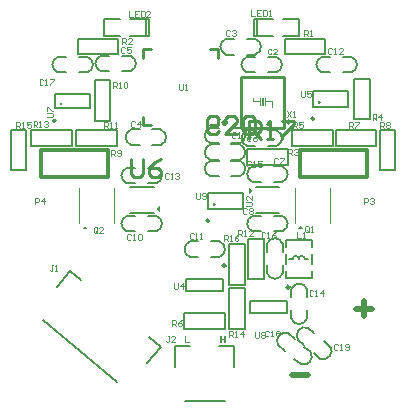
<source format=gto>
G04*
G04 #@! TF.GenerationSoftware,Altium Limited,Altium Designer,20.0.13 (296)*
G04*
G04 Layer_Color=65535*
%FSLAX24Y24*%
%MOIN*%
G70*
G01*
G75*
%ADD10C,0.0079*%
%ADD11C,0.0098*%
%ADD12C,0.0100*%
%ADD13C,0.0118*%
%ADD14C,0.0080*%
%ADD15C,0.0063*%
%ADD16C,0.0039*%
%ADD17C,0.0070*%
%ADD18C,0.0120*%
%ADD19C,0.0087*%
%ADD20C,0.0197*%
G36*
X38018Y19463D02*
X37795Y19463D01*
X37906Y19574D01*
X38018Y19463D01*
D01*
D02*
G37*
G36*
X40404Y20266D02*
X40404Y20043D01*
X40292Y20155D01*
X40404Y20266D01*
D01*
D02*
G37*
G36*
X43388Y20634D02*
X43388Y20857D01*
X43499Y20746D01*
X43388Y20634D01*
D01*
D02*
G37*
G36*
X45214Y19461D02*
X44991Y19461D01*
X45102Y19573D01*
X45214Y19461D01*
D01*
D02*
G37*
G36*
X41281Y15703D02*
X41408D01*
Y15660D01*
X41230D01*
Y15910D01*
X41281D01*
Y15703D01*
D02*
G37*
G36*
X42611Y15660D02*
X42560D01*
Y15770D01*
X42461D01*
Y15660D01*
X42410D01*
Y15912D01*
X42461D01*
Y15813D01*
X42560D01*
Y15912D01*
X42611D01*
Y15660D01*
D02*
G37*
D10*
X42090Y22290D02*
G03*
X42090Y21770I90J-260D01*
G01*
X43070D02*
G03*
X43070Y22290I-90J260D01*
G01*
X44682Y15994D02*
G03*
X44347Y15596I-98J-257D01*
G01*
X45098Y14966D02*
G03*
X45433Y15364I98J257D01*
G01*
X45342Y16184D02*
G03*
X45007Y15786I-98J-257D01*
G01*
X45758Y15156D02*
G03*
X46093Y15554I98J257D01*
G01*
X44790Y16490D02*
G03*
X45310Y16490I260J90D01*
G01*
Y17470D02*
G03*
X44790Y17470I-260J-90D01*
G01*
X44500Y18980D02*
G03*
X43980Y18980I-260J-90D01*
G01*
Y18000D02*
G03*
X44500Y18000I260J90D01*
G01*
X42390Y18540D02*
G03*
X42390Y19060I-90J260D01*
G01*
X41410D02*
G03*
X41410Y18540I90J-260D01*
G01*
X45040Y18476D02*
G03*
X44840Y18476I-100J0D01*
G01*
X45240D02*
G03*
X45040Y18476I-100J0D01*
G01*
X44482Y19391D02*
G03*
X44482Y19911I-90J260D01*
G01*
X43501D02*
G03*
X43501Y19391I90J-260D01*
G01*
X43500Y21560D02*
G03*
X43500Y21040I90J-260D01*
G01*
X44480D02*
G03*
X44480Y21560I-90J260D01*
G01*
X43070Y21230D02*
G03*
X43070Y21750I-90J260D01*
G01*
X42090D02*
G03*
X42090Y21230I90J-260D01*
G01*
X43070Y22330D02*
G03*
X43070Y22850I-90J260D01*
G01*
X42090D02*
G03*
X42090Y22330I90J-260D01*
G01*
X43310Y22760D02*
G03*
X43310Y22240I90J-260D01*
G01*
X44290D02*
G03*
X44290Y22760I-90J260D01*
G01*
X46790Y24690D02*
G03*
X46790Y25210I-90J260D01*
G01*
X45810D02*
G03*
X45810Y24690I90J-260D01*
G01*
X44290D02*
G03*
X44290Y25210I-90J260D01*
G01*
X43310D02*
G03*
X43310Y24690I90J-260D01*
G01*
X42610Y25809D02*
G03*
X42610Y25289I90J-260D01*
G01*
X43590D02*
G03*
X43590Y25809I-90J260D01*
G01*
X40290Y19390D02*
G03*
X40290Y19910I-90J260D01*
G01*
X39310D02*
G03*
X39310Y19390I90J-260D01*
G01*
Y21511D02*
G03*
X39310Y20991I90J-260D01*
G01*
X40290D02*
G03*
X40290Y21511I-90J260D01*
G01*
X40430Y22270D02*
G03*
X40430Y22790I-90J260D01*
G01*
X39450D02*
G03*
X39450Y22270I90J-260D01*
G01*
X37990Y24690D02*
G03*
X37990Y25210I-90J260D01*
G01*
X37010D02*
G03*
X37010Y24690I90J-260D01*
G01*
X38440Y25250D02*
G03*
X38440Y24730I90J-260D01*
G01*
X39420D02*
G03*
X39420Y25250I-90J260D01*
G01*
X42090Y22290D02*
X42370D01*
X42090Y21770D02*
X42370D01*
X42790Y22290D02*
X43070D01*
X42790Y21770D02*
X43070D01*
X44682Y15994D02*
X44896Y15814D01*
X44347Y15596D02*
X44562Y15416D01*
X45218Y15544D02*
X45433Y15364D01*
X44884Y15146D02*
X45098Y14966D01*
X45342Y16184D02*
X45556Y16004D01*
X45007Y15786D02*
X45222Y15606D01*
X45878Y15734D02*
X46093Y15554D01*
X45544Y15336D02*
X45758Y15156D01*
X43598Y20018D02*
X44385D01*
X43598Y20884D02*
X44385D01*
X39406Y20017D02*
X40194D01*
X39406Y20883D02*
X40194D01*
X37413Y18075D02*
X37790Y17759D01*
X36970Y17547D02*
X37413Y18075D01*
X39986Y15017D02*
X40429Y15544D01*
X40052Y15861D02*
X40429Y15544D01*
X36507Y16445D02*
X38981Y14370D01*
X42884Y14881D02*
Y15570D01*
X42392D02*
X42884D01*
X40916D02*
X41408D01*
X40916Y14881D02*
Y15570D01*
X41231Y13740D02*
X42569D01*
X43420Y16687D02*
X44640D01*
X43420Y17084D02*
X44640D01*
X43420Y16687D02*
Y17084D01*
X44640Y16687D02*
Y17084D01*
X44790Y16490D02*
Y16770D01*
X45310Y16490D02*
Y16770D01*
X44790Y17190D02*
Y17470D01*
X45310Y17190D02*
Y17470D01*
X44500Y18700D02*
Y18980D01*
X43980Y18700D02*
Y18980D01*
X44500Y18000D02*
Y18280D01*
X43980Y18000D02*
Y18280D01*
X41290Y17400D02*
X42510D01*
X41290Y17797D02*
X42510D01*
X41290Y17400D02*
Y17797D01*
X42510Y17400D02*
Y17797D01*
X42110Y18540D02*
X42390D01*
X42110Y19060D02*
X42390D01*
X41410Y18540D02*
X41690D01*
X41410Y19060D02*
X41690D01*
X45240Y18476D02*
X45355D01*
X44725D02*
X44840D01*
X45473Y18319D02*
Y18634D01*
X44607Y18319D02*
Y18634D01*
X44202Y19391D02*
X44482D01*
X44202Y19911D02*
X44482D01*
X43501Y19391D02*
X43782D01*
X43501Y19911D02*
X43782D01*
X43500Y21560D02*
X43780D01*
X43500Y21040D02*
X43780D01*
X44200Y21560D02*
X44480D01*
X44200Y21040D02*
X44480D01*
X42790Y21230D02*
X43070D01*
X42790Y21750D02*
X43070D01*
X42090Y21230D02*
X42370D01*
X42090Y21750D02*
X42370D01*
X42790Y22330D02*
X43070D01*
X42790Y22850D02*
X43070D01*
X42090Y22330D02*
X42370D01*
X42090Y22850D02*
X42370D01*
X43310Y22760D02*
X43590D01*
X43310Y22240D02*
X43590D01*
X44010Y22760D02*
X44290D01*
X44010Y22240D02*
X44290D01*
X46510Y24690D02*
X46790D01*
X46510Y25210D02*
X46790D01*
X45810Y24690D02*
X46090D01*
X45810Y25210D02*
X46090D01*
X44010Y24690D02*
X44290D01*
X44010Y25210D02*
X44290D01*
X43310Y24690D02*
X43590D01*
X43310Y25210D02*
X43590D01*
X42610Y25809D02*
X42890D01*
X42610Y25289D02*
X42890D01*
X43310Y25809D02*
X43590D01*
X43310Y25289D02*
X43590D01*
X40010Y19390D02*
X40290D01*
X40010Y19910D02*
X40290D01*
X39310Y19390D02*
X39590D01*
X39310Y19910D02*
X39590D01*
X39310Y21511D02*
X39590D01*
X39310Y20991D02*
X39590D01*
X40010Y21511D02*
X40290D01*
X40010Y20991D02*
X40290D01*
X40150Y22270D02*
X40430D01*
X40150Y22790D02*
X40430D01*
X39450Y22270D02*
X39730D01*
X39450Y22790D02*
X39730D01*
X37710Y24690D02*
X37990D01*
X37710Y25210D02*
X37990D01*
X37010Y24690D02*
X37290D01*
X37010Y25210D02*
X37290D01*
X38440Y25250D02*
X38720D01*
X38440Y24730D02*
X38720D01*
X39140Y25250D02*
X39420D01*
X39140Y24730D02*
X39420D01*
D11*
X44729Y17537D02*
G03*
X44729Y17537I-49J0D01*
G01*
X42599Y18250D02*
G03*
X42599Y18250I-49J0D01*
G01*
D12*
X42216Y20290D02*
G03*
X42216Y20290I-10J0D01*
G01*
X42030Y19750D02*
G03*
X42030Y19750I-30J0D01*
G01*
X45716Y23690D02*
G03*
X45716Y23690I-10J0D01*
G01*
X45530Y23150D02*
G03*
X45530Y23150I-30J0D01*
G01*
X44750Y23050D02*
G03*
X44750Y23050I-50J0D01*
G01*
X36920Y23080D02*
G03*
X36920Y23080I-30J0D01*
G01*
X37116Y23640D02*
G03*
X37116Y23640I-10J0D01*
G01*
X39840Y25184D02*
Y25460D01*
X40116D01*
X42360Y25184D02*
Y25460D01*
X42084D02*
X42360D01*
X39840Y22940D02*
Y23216D01*
Y22940D02*
X40116D01*
X42084D02*
X42360D01*
Y23216D01*
X43380Y22480D02*
Y23080D01*
X43680D01*
X43780Y22980D01*
Y22780D01*
X43680Y22680D01*
X43380D01*
X43580D02*
X43780Y22480D01*
X43980D02*
X44180D01*
X44080D01*
Y23080D01*
X43980Y22980D01*
X44480Y23080D02*
X44880D01*
Y22980D01*
X44480Y22580D01*
Y22480D01*
X42370Y23130D02*
X42270Y23230D01*
X42070D01*
X41970Y23130D01*
Y22730D01*
X42070Y22630D01*
X42270D01*
X42370Y22730D01*
X42970Y22630D02*
X42570D01*
X42970Y23030D01*
Y23130D01*
X42870Y23230D01*
X42670D01*
X42570Y23130D01*
X43170D02*
X43270Y23230D01*
X43470D01*
X43569Y23130D01*
Y22730D01*
X43470Y22630D01*
X43270D01*
X43170Y22730D01*
Y23130D01*
X39430Y21820D02*
Y21320D01*
X39530Y21220D01*
X39730D01*
X39830Y21320D01*
Y21820D01*
X40430D02*
X40230Y21720D01*
X40030Y21520D01*
Y21320D01*
X40130Y21220D01*
X40330D01*
X40430Y21320D01*
Y21420D01*
X40330Y21520D01*
X40030D01*
D13*
X42517Y23009D02*
G03*
X42517Y23010I59J0D01*
G01*
D14*
X43315Y21620D02*
X44665D01*
Y22140D01*
X43315D02*
X44665D01*
X43315Y21620D02*
Y22140D01*
X41225Y16660D02*
X42575D01*
X41225Y16140D02*
Y16660D01*
Y16140D02*
X42575D01*
Y16660D01*
X42720Y16140D02*
Y17490D01*
Y16140D02*
X43240D01*
Y17490D01*
X42720D02*
X43240D01*
X43360Y17805D02*
Y19155D01*
Y17805D02*
X43880D01*
Y19155D01*
X43360D02*
X43880D01*
X42720Y17615D02*
Y18965D01*
Y17615D02*
X43240D01*
Y18965D01*
X42720D02*
X43240D01*
X48260Y21425D02*
Y22775D01*
X47740D02*
X48260D01*
X47740Y21425D02*
Y22775D01*
Y21425D02*
X48260D01*
X46275Y22255D02*
X47625D01*
Y22775D01*
X46275D02*
X47625D01*
X46275Y22255D02*
Y22775D01*
X44825D02*
X46175D01*
X44825Y22255D02*
Y22775D01*
Y22255D02*
X46175D01*
Y22775D01*
X47410Y23125D02*
Y24475D01*
X46890D02*
X47410D01*
X46890Y23125D02*
Y24475D01*
Y23125D02*
X47410D01*
X44575Y25290D02*
X45925D01*
Y25810D01*
X44575D02*
X45925D01*
X44575Y25290D02*
Y25810D01*
X37622Y22243D02*
X38972D01*
Y22762D01*
X37622D02*
X38972D01*
X37622Y22243D02*
Y22762D01*
X36125Y22760D02*
X37475D01*
X36125Y22240D02*
Y22760D01*
Y22240D02*
X37475D01*
Y22760D01*
X35960Y21425D02*
Y22775D01*
X35440D02*
X35960D01*
X35440Y21425D02*
Y22775D01*
Y21425D02*
X35960D01*
X38760Y23075D02*
Y24425D01*
X38240D02*
X38760D01*
X38240Y23075D02*
Y24425D01*
Y23075D02*
X38760D01*
X44520Y25917D02*
X45050D01*
X45060D01*
Y26457D01*
Y26477D01*
X44520D02*
X45060D01*
X43640Y25917D02*
X44180D01*
X43640Y25937D02*
Y26477D01*
X43650D02*
X44180D01*
X43540Y25917D02*
X43640D01*
X43540D02*
Y26477D01*
X43640D01*
X37675Y25810D02*
X39025D01*
X37675Y25290D02*
Y25810D01*
Y25290D02*
X39025D01*
Y25810D01*
X38550Y26477D02*
X39080D01*
X38540D02*
X38550D01*
X38540Y25937D02*
Y26477D01*
Y25917D02*
Y25937D01*
Y25917D02*
X39080D01*
X39420Y26477D02*
X39960D01*
Y25917D02*
Y26457D01*
X39420Y25917D02*
X39950D01*
X39960Y26477D02*
X40060D01*
Y25917D02*
Y26477D01*
X39960Y25917D02*
X40060D01*
D15*
X44607Y17856D02*
X44607Y18083D01*
X44607Y17856D02*
X45473D01*
X45473Y18083D02*
X45473Y17856D01*
X44607Y18870D02*
Y19096D01*
X45473D01*
Y18870D02*
Y19096D01*
D16*
X46087Y19658D02*
X46087Y20839D01*
X44906D02*
X44906Y19658D01*
X43500Y23725D02*
X43750D01*
X43900D02*
X44150D01*
X43500D02*
Y23850D01*
X44150Y23550D02*
Y23725D01*
X43750Y23600D02*
Y23850D01*
X43800Y23600D02*
X43850D01*
X43800D02*
Y23850D01*
X43850D01*
Y23600D02*
Y23850D01*
X43900Y23600D02*
Y23850D01*
X38891Y19659D02*
X38891Y20841D01*
X37709D02*
X37709Y19659D01*
X46355Y15616D02*
X46322Y15648D01*
X46257D01*
X46224Y15616D01*
Y15484D01*
X46257Y15452D01*
X46322D01*
X46355Y15484D01*
X46421Y15452D02*
X46486D01*
X46454D01*
Y15648D01*
X46421Y15616D01*
X46585Y15484D02*
X46618Y15452D01*
X46683D01*
X46716Y15484D01*
Y15616D01*
X46683Y15648D01*
X46618D01*
X46585Y15616D01*
Y15583D01*
X46618Y15550D01*
X46716D01*
X44045Y16056D02*
X44012Y16088D01*
X43947D01*
X43914Y16056D01*
Y15924D01*
X43947Y15892D01*
X44012D01*
X44045Y15924D01*
X44111Y15892D02*
X44176D01*
X44144D01*
Y16088D01*
X44111Y16056D01*
X44275D02*
X44308Y16088D01*
X44373D01*
X44406Y16056D01*
Y16023D01*
X44373Y15990D01*
X44406Y15957D01*
Y15924D01*
X44373Y15892D01*
X44308D01*
X44275Y15924D01*
Y15957D01*
X44308Y15990D01*
X44275Y16023D01*
Y16056D01*
X44308Y15990D02*
X44373D01*
X43282Y20246D02*
X43446D01*
X43478Y20279D01*
Y20344D01*
X43446Y20377D01*
X43282D01*
X43478Y20574D02*
Y20443D01*
X43347Y20574D01*
X43314D01*
X43282Y20541D01*
Y20476D01*
X43314Y20443D01*
X44659Y23398D02*
X44790Y23202D01*
Y23398D02*
X44659Y23202D01*
X44856D02*
X44921D01*
X44888D01*
Y23398D01*
X44856Y23366D01*
X41606Y20668D02*
Y20504D01*
X41639Y20472D01*
X41704D01*
X41737Y20504D01*
Y20668D01*
X41803Y20504D02*
X41836Y20472D01*
X41901D01*
X41934Y20504D01*
Y20636D01*
X41901Y20668D01*
X41836D01*
X41803Y20636D01*
Y20603D01*
X41836Y20570D01*
X41934D01*
X43566Y16028D02*
Y15864D01*
X43599Y15832D01*
X43664D01*
X43697Y15864D01*
Y16028D01*
X43763Y15996D02*
X43796Y16028D01*
X43861D01*
X43894Y15996D01*
Y15963D01*
X43861Y15930D01*
X43894Y15897D01*
Y15864D01*
X43861Y15832D01*
X43796D01*
X43763Y15864D01*
Y15897D01*
X43796Y15930D01*
X43763Y15963D01*
Y15996D01*
X43796Y15930D02*
X43861D01*
X36652Y23196D02*
X36816D01*
X36848Y23229D01*
Y23294D01*
X36816Y23327D01*
X36652D01*
Y23393D02*
Y23524D01*
X36684D01*
X36816Y23393D01*
X36848D01*
X45116Y24068D02*
Y23904D01*
X45149Y23872D01*
X45214D01*
X45247Y23904D01*
Y24068D01*
X45444D02*
X45313D01*
Y23970D01*
X45378Y24003D01*
X45411D01*
X45444Y23970D01*
Y23904D01*
X45411Y23872D01*
X45346D01*
X45313Y23904D01*
X40886Y17658D02*
Y17494D01*
X40919Y17462D01*
X40984D01*
X41017Y17494D01*
Y17658D01*
X41181Y17462D02*
Y17658D01*
X41083Y17560D01*
X41214D01*
X41050Y24297D02*
Y24133D01*
X41083Y24100D01*
X41148D01*
X41181Y24133D01*
Y24297D01*
X41247Y24100D02*
X41312D01*
X41280D01*
Y24297D01*
X41247Y24264D01*
X42534Y19072D02*
Y19268D01*
X42632D01*
X42665Y19236D01*
Y19170D01*
X42632Y19137D01*
X42534D01*
X42600D02*
X42665Y19072D01*
X42731D02*
X42796D01*
X42764D01*
Y19268D01*
X42731Y19236D01*
X43026Y19268D02*
X42960Y19236D01*
X42895Y19170D01*
Y19104D01*
X42928Y19072D01*
X42993D01*
X43026Y19104D01*
Y19137D01*
X42993Y19170D01*
X42895D01*
X35614Y22852D02*
Y23048D01*
X35712D01*
X35745Y23016D01*
Y22950D01*
X35712Y22917D01*
X35614D01*
X35680D02*
X35745Y22852D01*
X35811D02*
X35876D01*
X35844D01*
Y23048D01*
X35811Y23016D01*
X36106Y23048D02*
X35975D01*
Y22950D01*
X36040Y22983D01*
X36073D01*
X36106Y22950D01*
Y22884D01*
X36073Y22852D01*
X36008D01*
X35975Y22884D01*
X42724Y15862D02*
Y16058D01*
X42822D01*
X42855Y16026D01*
Y15960D01*
X42822Y15927D01*
X42724D01*
X42790D02*
X42855Y15862D01*
X42921D02*
X42986D01*
X42954D01*
Y16058D01*
X42921Y16026D01*
X43183Y15862D02*
Y16058D01*
X43085Y15960D01*
X43216D01*
X36194Y22862D02*
Y23058D01*
X36292D01*
X36325Y23026D01*
Y22960D01*
X36292Y22927D01*
X36194D01*
X36260D02*
X36325Y22862D01*
X36391D02*
X36456D01*
X36424D01*
Y23058D01*
X36391Y23026D01*
X36555D02*
X36588Y23058D01*
X36653D01*
X36686Y23026D01*
Y22993D01*
X36653Y22960D01*
X36620D01*
X36653D01*
X36686Y22927D01*
Y22894D01*
X36653Y22862D01*
X36588D01*
X36555Y22894D01*
X43024Y19232D02*
Y19428D01*
X43122D01*
X43155Y19396D01*
Y19330D01*
X43122Y19297D01*
X43024D01*
X43090D02*
X43155Y19232D01*
X43221D02*
X43286D01*
X43254D01*
Y19428D01*
X43221Y19396D01*
X43516Y19232D02*
X43385D01*
X43516Y19363D01*
Y19396D01*
X43483Y19428D01*
X43418D01*
X43385Y19396D01*
X38554Y22834D02*
Y23031D01*
X38653D01*
X38686Y22998D01*
Y22933D01*
X38653Y22900D01*
X38554D01*
X38620D02*
X38686Y22834D01*
X38751D02*
X38817D01*
X38784D01*
Y23031D01*
X38751Y22998D01*
X38915Y22834D02*
X38981D01*
X38948D01*
Y23031D01*
X38915Y22998D01*
X38834Y24182D02*
Y24378D01*
X38932D01*
X38965Y24346D01*
Y24280D01*
X38932Y24247D01*
X38834D01*
X38900D02*
X38965Y24182D01*
X39031D02*
X39096D01*
X39064D01*
Y24378D01*
X39031Y24346D01*
X39195D02*
X39228Y24378D01*
X39293D01*
X39326Y24346D01*
Y24214D01*
X39293Y24182D01*
X39228D01*
X39195Y24214D01*
Y24346D01*
X38786Y21902D02*
Y22098D01*
X38884D01*
X38917Y22066D01*
Y22000D01*
X38884Y21967D01*
X38786D01*
X38852D02*
X38917Y21902D01*
X38983Y21934D02*
X39016Y21902D01*
X39081D01*
X39114Y21934D01*
Y22066D01*
X39081Y22098D01*
X39016D01*
X38983Y22066D01*
Y22033D01*
X39016Y22000D01*
X39114D01*
X47746Y22852D02*
Y23048D01*
X47844D01*
X47877Y23016D01*
Y22950D01*
X47844Y22917D01*
X47746D01*
X47812D02*
X47877Y22852D01*
X47943Y23016D02*
X47976Y23048D01*
X48041D01*
X48074Y23016D01*
Y22983D01*
X48041Y22950D01*
X48074Y22917D01*
Y22884D01*
X48041Y22852D01*
X47976D01*
X47943Y22884D01*
Y22917D01*
X47976Y22950D01*
X47943Y22983D01*
Y23016D01*
X47976Y22950D02*
X48041D01*
X46706Y22852D02*
Y23048D01*
X46804D01*
X46837Y23016D01*
Y22950D01*
X46804Y22917D01*
X46706D01*
X46772D02*
X46837Y22852D01*
X46903Y23048D02*
X47034D01*
Y23016D01*
X46903Y22884D01*
Y22852D01*
X40826Y16242D02*
Y16438D01*
X40924D01*
X40957Y16406D01*
Y16340D01*
X40924Y16307D01*
X40826D01*
X40892D02*
X40957Y16242D01*
X41154Y16438D02*
X41088Y16406D01*
X41023Y16340D01*
Y16274D01*
X41056Y16242D01*
X41121D01*
X41154Y16274D01*
Y16307D01*
X41121Y16340D01*
X41023D01*
X44836Y22852D02*
Y23048D01*
X44934D01*
X44967Y23016D01*
Y22950D01*
X44934Y22917D01*
X44836D01*
X44902D02*
X44967Y22852D01*
X45164Y23048D02*
X45033D01*
Y22950D01*
X45098Y22983D01*
X45131D01*
X45164Y22950D01*
Y22884D01*
X45131Y22852D01*
X45066D01*
X45033Y22884D01*
X47496Y23122D02*
Y23318D01*
X47594D01*
X47627Y23286D01*
Y23220D01*
X47594Y23187D01*
X47496D01*
X47562D02*
X47627Y23122D01*
X47791D02*
Y23318D01*
X47693Y23220D01*
X47824D01*
X44666Y21932D02*
Y22128D01*
X44764D01*
X44797Y22096D01*
Y22030D01*
X44764Y21997D01*
X44666D01*
X44732D02*
X44797Y21932D01*
X44863Y22096D02*
X44896Y22128D01*
X44961D01*
X44994Y22096D01*
Y22063D01*
X44961Y22030D01*
X44928D01*
X44961D01*
X44994Y21997D01*
Y21964D01*
X44961Y21932D01*
X44896D01*
X44863Y21964D01*
X39136Y25632D02*
Y25828D01*
X39234D01*
X39267Y25796D01*
Y25730D01*
X39234Y25697D01*
X39136D01*
X39202D02*
X39267Y25632D01*
X39464D02*
X39333D01*
X39464Y25763D01*
Y25796D01*
X39431Y25828D01*
X39366D01*
X39333Y25796D01*
X45219Y25912D02*
Y26108D01*
X45317D01*
X45350Y26076D01*
Y26010D01*
X45317Y25977D01*
X45219D01*
X45284D02*
X45350Y25912D01*
X45416D02*
X45481D01*
X45448D01*
Y26108D01*
X45416Y26076D01*
X38327Y19364D02*
Y19496D01*
X38294Y19528D01*
X38229D01*
X38196Y19496D01*
Y19364D01*
X38229Y19332D01*
X38294D01*
X38262Y19397D02*
X38327Y19332D01*
X38294D02*
X38327Y19364D01*
X38524Y19332D02*
X38393D01*
X38524Y19463D01*
Y19496D01*
X38491Y19528D01*
X38426D01*
X38393Y19496D01*
X45380Y19394D02*
Y19526D01*
X45347Y19558D01*
X45282D01*
X45249Y19526D01*
Y19394D01*
X45282Y19362D01*
X45347D01*
X45314Y19427D02*
X45380Y19362D01*
X45347D02*
X45380Y19394D01*
X45446Y19362D02*
X45511D01*
X45478D01*
Y19558D01*
X45446Y19526D01*
X36260Y20300D02*
Y20497D01*
X36358D01*
X36391Y20464D01*
Y20398D01*
X36358Y20366D01*
X36260D01*
X36555Y20300D02*
Y20497D01*
X36457Y20398D01*
X36588D01*
X47210Y20300D02*
Y20497D01*
X47308D01*
X47341Y20464D01*
Y20398D01*
X47308Y20366D01*
X47210D01*
X47407Y20464D02*
X47440Y20497D01*
X47505D01*
X47538Y20464D01*
Y20431D01*
X47505Y20398D01*
X47472D01*
X47505D01*
X47538Y20366D01*
Y20333D01*
X47505Y20300D01*
X47440D01*
X47407Y20333D01*
X39369Y26738D02*
Y26542D01*
X39500D01*
X39697Y26738D02*
X39566D01*
Y26542D01*
X39697D01*
X39566Y26640D02*
X39632D01*
X39763Y26738D02*
Y26542D01*
X39861D01*
X39894Y26574D01*
Y26706D01*
X39861Y26738D01*
X39763D01*
X40091Y26542D02*
X39960D01*
X40091Y26673D01*
Y26706D01*
X40058Y26738D01*
X39992D01*
X39960Y26706D01*
X43442Y26758D02*
Y26562D01*
X43573D01*
X43770Y26758D02*
X43639D01*
Y26562D01*
X43770D01*
X43639Y26660D02*
X43704D01*
X43836Y26758D02*
Y26562D01*
X43934D01*
X43967Y26594D01*
Y26726D01*
X43934Y26758D01*
X43836D01*
X44032Y26562D02*
X44098D01*
X44065D01*
Y26758D01*
X44032Y26726D01*
X44969Y19368D02*
Y19172D01*
X45100D01*
X45166D02*
X45231D01*
X45198D01*
Y19368D01*
X45166Y19336D01*
X40727Y15898D02*
X40662D01*
X40694D01*
Y15734D01*
X40662Y15702D01*
X40629D01*
X40596Y15734D01*
X40924Y15702D02*
X40793D01*
X40924Y15833D01*
Y15866D01*
X40891Y15898D01*
X40826D01*
X40793Y15866D01*
X36860Y18258D02*
X36794D01*
X36827D01*
Y18094D01*
X36794Y18062D01*
X36762D01*
X36729Y18094D01*
X36926Y18062D02*
X36991D01*
X36958D01*
Y18258D01*
X36926Y18226D01*
X36525Y24446D02*
X36492Y24478D01*
X36427D01*
X36394Y24446D01*
Y24314D01*
X36427Y24282D01*
X36492D01*
X36525Y24314D01*
X36591Y24282D02*
X36656D01*
X36624D01*
Y24478D01*
X36591Y24446D01*
X36755Y24478D02*
X36886D01*
Y24446D01*
X36755Y24314D01*
Y24282D01*
X43925Y19346D02*
X43892Y19378D01*
X43827D01*
X43794Y19346D01*
Y19214D01*
X43827Y19182D01*
X43892D01*
X43925Y19214D01*
X43991Y19182D02*
X44056D01*
X44024D01*
Y19378D01*
X43991Y19346D01*
X44286Y19378D02*
X44220Y19346D01*
X44155Y19280D01*
Y19214D01*
X44188Y19182D01*
X44253D01*
X44286Y19214D01*
Y19247D01*
X44253Y19280D01*
X44155D01*
X43435Y21706D02*
X43402Y21738D01*
X43337D01*
X43304Y21706D01*
Y21574D01*
X43337Y21542D01*
X43402D01*
X43435Y21574D01*
X43501Y21542D02*
X43566D01*
X43534D01*
Y21738D01*
X43501Y21706D01*
X43796Y21738D02*
X43665D01*
Y21640D01*
X43730Y21673D01*
X43763D01*
X43796Y21640D01*
Y21574D01*
X43763Y21542D01*
X43698D01*
X43665Y21574D01*
X45525Y17416D02*
X45492Y17448D01*
X45427D01*
X45394Y17416D01*
Y17284D01*
X45427Y17252D01*
X45492D01*
X45525Y17284D01*
X45591Y17252D02*
X45656D01*
X45624D01*
Y17448D01*
X45591Y17416D01*
X45853Y17252D02*
Y17448D01*
X45755Y17350D01*
X45886D01*
X40695Y21316D02*
X40662Y21348D01*
X40597D01*
X40564Y21316D01*
Y21184D01*
X40597Y21152D01*
X40662D01*
X40695Y21184D01*
X40761Y21152D02*
X40826D01*
X40794D01*
Y21348D01*
X40761Y21316D01*
X40925D02*
X40958Y21348D01*
X41023D01*
X41056Y21316D01*
Y21283D01*
X41023Y21250D01*
X40990D01*
X41023D01*
X41056Y21217D01*
Y21184D01*
X41023Y21152D01*
X40958D01*
X40925Y21184D01*
X46135Y25466D02*
X46102Y25498D01*
X46037D01*
X46004Y25466D01*
Y25334D01*
X46037Y25302D01*
X46102D01*
X46135Y25334D01*
X46201Y25302D02*
X46266D01*
X46234D01*
Y25498D01*
X46201Y25466D01*
X46496Y25302D02*
X46365D01*
X46496Y25433D01*
Y25466D01*
X46463Y25498D01*
X46398D01*
X46365Y25466D01*
X41528Y19316D02*
X41495Y19348D01*
X41430D01*
X41397Y19316D01*
Y19184D01*
X41430Y19152D01*
X41495D01*
X41528Y19184D01*
X41594Y19152D02*
X41659D01*
X41626D01*
Y19348D01*
X41594Y19316D01*
X41758Y19152D02*
X41823D01*
X41790D01*
Y19348D01*
X41758Y19316D01*
X39445Y19266D02*
X39412Y19298D01*
X39347D01*
X39314Y19266D01*
Y19134D01*
X39347Y19102D01*
X39412D01*
X39445Y19134D01*
X39511Y19102D02*
X39576D01*
X39544D01*
Y19298D01*
X39511Y19266D01*
X39675D02*
X39708Y19298D01*
X39773D01*
X39806Y19266D01*
Y19134D01*
X39773Y19102D01*
X39708D01*
X39675Y19134D01*
Y19266D01*
X43297Y20136D02*
X43264Y20168D01*
X43199D01*
X43166Y20136D01*
Y20004D01*
X43199Y19972D01*
X43264D01*
X43297Y20004D01*
X43363Y20136D02*
X43396Y20168D01*
X43461D01*
X43494Y20136D01*
Y20103D01*
X43461Y20070D01*
X43494Y20037D01*
Y20004D01*
X43461Y19972D01*
X43396D01*
X43363Y20004D01*
Y20037D01*
X43396Y20070D01*
X43363Y20103D01*
Y20136D01*
X43396Y20070D02*
X43461D01*
X44346Y21805D02*
X44313Y21838D01*
X44247D01*
X44214Y21805D01*
Y21674D01*
X44247Y21641D01*
X44313D01*
X44346Y21674D01*
X44411Y21838D02*
X44542D01*
Y21805D01*
X44411Y21674D01*
Y21641D01*
X43437Y22556D02*
X43404Y22588D01*
X43339D01*
X43306Y22556D01*
Y22424D01*
X43339Y22392D01*
X43404D01*
X43437Y22424D01*
X43634Y22588D02*
X43568Y22556D01*
X43503Y22490D01*
Y22424D01*
X43536Y22392D01*
X43601D01*
X43634Y22424D01*
Y22457D01*
X43601Y22490D01*
X43503D01*
X39257Y25516D02*
X39224Y25548D01*
X39159D01*
X39126Y25516D01*
Y25384D01*
X39159Y25352D01*
X39224D01*
X39257Y25384D01*
X39454Y25548D02*
X39323D01*
Y25450D01*
X39388Y25483D01*
X39421D01*
X39454Y25450D01*
Y25384D01*
X39421Y25352D01*
X39356D01*
X39323Y25384D01*
X39587Y23046D02*
X39554Y23078D01*
X39489D01*
X39456Y23046D01*
Y22914D01*
X39489Y22882D01*
X39554D01*
X39587Y22914D01*
X39751Y22882D02*
Y23078D01*
X39653Y22980D01*
X39784D01*
X42737Y26066D02*
X42704Y26098D01*
X42639D01*
X42606Y26066D01*
Y25934D01*
X42639Y25902D01*
X42704D01*
X42737Y25934D01*
X42803Y26066D02*
X42836Y26098D01*
X42901D01*
X42934Y26066D01*
Y26033D01*
X42901Y26000D01*
X42868D01*
X42901D01*
X42934Y25967D01*
Y25934D01*
X42901Y25902D01*
X42836D01*
X42803Y25934D01*
X44127Y25456D02*
X44094Y25488D01*
X44029D01*
X43996Y25456D01*
Y25324D01*
X44029Y25292D01*
X44094D01*
X44127Y25324D01*
X44324Y25292D02*
X44193D01*
X44324Y25423D01*
Y25456D01*
X44291Y25488D01*
X44226D01*
X44193Y25456D01*
X42930Y22676D02*
X42897Y22708D01*
X42832D01*
X42799Y22676D01*
Y22544D01*
X42832Y22512D01*
X42897D01*
X42930Y22544D01*
X42996Y22512D02*
X43061D01*
X43028D01*
Y22708D01*
X42996Y22676D01*
D17*
X42009Y20140D02*
X43191D01*
X42009Y20660D02*
X43191D01*
Y20140D02*
Y20660D01*
X42009Y20140D02*
Y20660D01*
X45509Y23540D02*
X46691D01*
X45509Y24060D02*
X46691D01*
Y23540D02*
Y24060D01*
X45509Y23540D02*
Y24060D01*
X36909Y23520D02*
Y23970D01*
X38091Y23520D02*
Y23970D01*
X36909D02*
X38091D01*
X36909Y23520D02*
X38091D01*
D18*
X45085Y22090D02*
X47315D01*
X45085Y21210D02*
X47315D01*
X45085D02*
Y22090D01*
X47315Y21210D02*
Y22090D01*
X36435Y21210D02*
X38665D01*
X36435Y22090D02*
X38665D01*
Y21210D02*
Y22090D01*
X36435Y21210D02*
Y22090D01*
D19*
X44550Y22850D02*
Y24550D01*
X43100D02*
X44550D01*
X43100Y22850D02*
Y24550D01*
Y22850D02*
X44550D01*
D20*
X46938Y16820D02*
X47462D01*
X47200Y17082D02*
Y16558D01*
X44818Y14600D02*
X45342D01*
M02*

</source>
